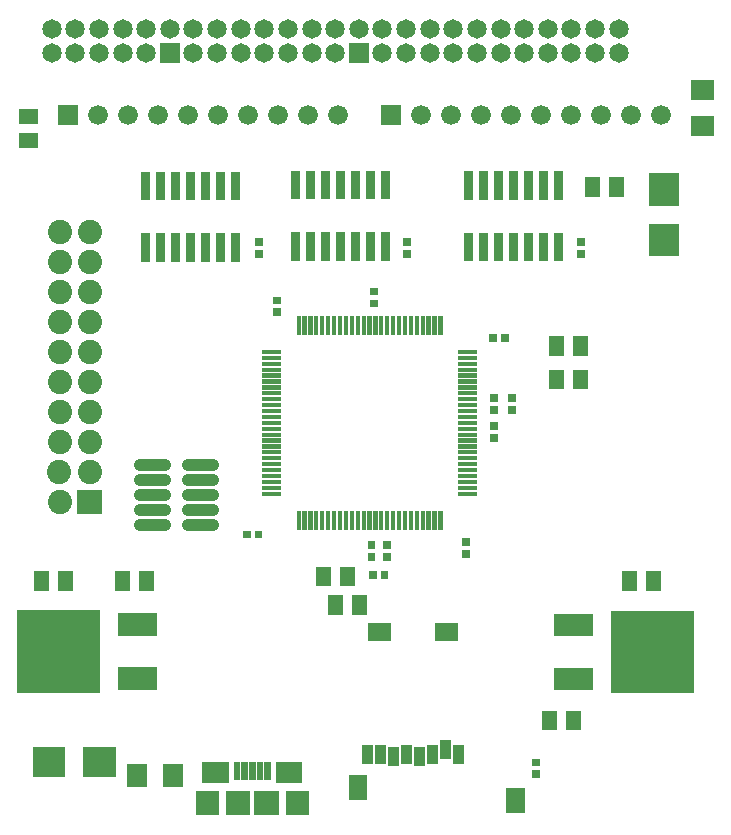
<source format=gts>
G04 start of page 11 for group -4063 idx -4063 *
G04 Title: (unknown), componentmask *
G04 Creator: pcb 20110918 *
G04 CreationDate: Wed 07 May 2014 09:59:53 GMT UTC *
G04 For: michael *
G04 Format: Gerber/RS-274X *
G04 PCB-Dimensions: 275000 304000 *
G04 PCB-Coordinate-Origin: lower left *
%MOIN*%
%FSLAX25Y25*%
%LNTOPMASK*%
%ADD136R,0.0300X0.0300*%
%ADD135R,0.0140X0.0140*%
%ADD134C,0.0410*%
%ADD133R,0.1006X0.1006*%
%ADD132R,0.0611X0.0611*%
%ADD131R,0.0375X0.0375*%
%ADD130R,0.0769X0.0769*%
%ADD129R,0.0660X0.0660*%
%ADD128R,0.0690X0.0690*%
%ADD127R,0.0218X0.0218*%
%ADD126R,0.0750X0.0750*%
%ADD125R,0.0510X0.0510*%
%ADD124C,0.0808*%
%ADD123C,0.0651*%
%ADD122C,0.0001*%
%ADD121C,0.0660*%
G54D121*X128400Y247800D03*
X138400D03*
G54D122*G36*
X152800Y251100D02*Y244500D01*
X159400D01*
Y251100D01*
X152800D01*
G37*
G54D121*X166100Y247800D03*
X176100D03*
X186100D03*
X196100D03*
X206100D03*
X216100D03*
X226100D03*
X236100D03*
X246100D03*
G54D123*X231988Y268500D03*
X224114D03*
X216240D03*
X208366D03*
X231988Y276374D03*
X224114D03*
X216240D03*
X208366D03*
X200492D03*
X192618D03*
X184744D03*
X200492Y268500D03*
X192618D03*
X184744D03*
X176870D03*
Y276374D03*
X168996D03*
X161122D03*
X153248D03*
X145374D03*
X137500D03*
X129626D03*
G54D124*X55600Y168700D03*
Y178700D03*
Y188700D03*
Y198700D03*
X45600Y168700D03*
Y178700D03*
Y188700D03*
Y198700D03*
Y208700D03*
G54D122*G36*
X45100Y251100D02*Y244500D01*
X51700D01*
Y251100D01*
X45100D01*
G37*
G54D124*X55600Y208700D03*
G54D121*X58400Y247800D03*
X68400D03*
G54D124*X55600Y138700D03*
X45600D03*
X55600Y148700D03*
X45600D03*
G54D122*G36*
X51560Y122740D02*Y114660D01*
X59640D01*
Y122740D01*
X51560D01*
G37*
G54D124*X45600Y118700D03*
X55600Y128700D03*
X45561Y128739D03*
X55600Y158700D03*
X45600D03*
G54D121*X78400Y247800D03*
X88400D03*
X98400D03*
X108400D03*
X118400D03*
G54D123*X168996Y268500D03*
X161122D03*
X153248D03*
G54D122*G36*
X142121Y271753D02*Y265247D01*
X148627D01*
Y271753D01*
X142121D01*
G37*
G54D123*X137500Y268500D03*
X129626D03*
X121752D03*
Y276374D03*
X113878D03*
X106004D03*
X98130D03*
X90256D03*
X82382D03*
X74508D03*
X66634D03*
X58760D03*
X50886D03*
X43012D03*
X113878Y268500D03*
X106004D03*
X98130D03*
X90256D03*
G54D122*G36*
X79129Y271753D02*Y265247D01*
X85635D01*
Y271753D01*
X79129D01*
G37*
G54D123*X74508Y268500D03*
X66634D03*
X58760D03*
X50886D03*
X43012D03*
G54D125*X219200Y160400D02*Y159000D01*
X211200Y160400D02*Y159000D01*
X219159Y171422D02*Y170022D01*
X211159Y171422D02*Y170022D01*
X235500Y93200D02*Y91800D01*
X243500Y93200D02*Y91800D01*
G54D122*G36*
X229544Y82470D02*Y54970D01*
X257044D01*
Y82470D01*
X229544D01*
G37*
G36*
X244544Y67470D02*Y54970D01*
X257044D01*
Y67470D01*
X244544D01*
G37*
G36*
Y82470D02*Y69970D01*
X257044D01*
Y82470D01*
X244544D01*
G37*
G36*
X229544Y67470D02*Y54970D01*
X242044D01*
Y67470D01*
X229544D01*
G37*
G36*
Y82470D02*Y69970D01*
X242044D01*
Y82470D01*
X229544D01*
G37*
G36*
X203216Y29348D02*Y26779D01*
X205784D01*
Y29348D01*
X203216D01*
G37*
G36*
Y33284D02*Y30715D01*
X205784D01*
Y33284D01*
X203216D01*
G37*
G54D126*X214294Y59720D02*X219794D01*
X214294Y77720D02*X219794D01*
G54D125*X209000Y46700D02*Y45300D01*
X217000Y46700D02*Y45300D01*
G54D127*X109882Y30870D02*Y27130D01*
X115000Y30870D02*Y27130D01*
X104764Y30870D02*Y27130D01*
X112441Y30870D02*Y27130D01*
X107323Y30870D02*Y27130D01*
G54D128*X96693Y28508D02*X98661D01*
G54D129*X83400Y28200D02*Y27200D01*
X71400Y28200D02*Y27200D01*
G54D128*X121102Y28508D02*X123071D01*
G54D130*X94921Y18665D02*Y18271D01*
G54D122*G36*
X101117Y22508D02*Y14428D01*
X109197D01*
Y22508D01*
X101117D01*
G37*
G36*
X110566D02*Y14428D01*
X118646D01*
Y22508D01*
X110566D01*
G37*
G54D130*X124842Y18665D02*Y18271D01*
G54D131*X161320Y36044D02*Y33288D01*
X156990Y35256D02*Y32500D01*
X152659Y36044D02*Y33288D01*
X148328Y36044D02*Y33288D01*
X178643Y36044D02*Y33288D01*
X174312Y37619D02*Y34863D01*
X169982Y36044D02*Y33288D01*
X165651Y35256D02*Y32500D01*
G54D132*X145179Y24626D02*Y22658D01*
X197541Y20296D02*Y18327D01*
G54D122*G36*
X31573Y82762D02*Y55262D01*
X59073D01*
Y82762D01*
X31573D01*
G37*
G36*
Y70262D01*
X44073D01*
Y82762D01*
X31573D01*
G37*
G36*
Y67762D02*Y55262D01*
X44073D01*
Y67762D01*
X31573D01*
G37*
G36*
X46573Y82762D02*Y70262D01*
X59073D01*
Y82762D01*
X46573D01*
G37*
G36*
Y67762D02*Y55262D01*
X59073D01*
Y67762D01*
X46573D01*
G37*
G54D126*X68823Y78012D02*X74323D01*
X68823Y60012D02*X74323D01*
G54D133*X41677Y32000D02*X42464D01*
X58606D02*X59393D01*
G54D125*X47500Y93200D02*Y91800D01*
X39500Y93200D02*Y91800D01*
X66500Y93200D02*Y91800D01*
X74500Y93200D02*Y91800D01*
G54D134*X88578Y111191D02*X96678D01*
X88578Y116191D02*X96678D01*
X88578Y121191D02*X96678D01*
X88578Y126191D02*X96678D01*
X88578Y131191D02*X96678D01*
X72578Y111191D02*X80678D01*
X72578Y116191D02*X80678D01*
X72578Y121191D02*X80678D01*
X72578Y126191D02*X80678D01*
X72578Y131191D02*X80678D01*
G54D122*G36*
X106716Y109284D02*Y106716D01*
X109284D01*
Y109284D01*
X106716D01*
G37*
G36*
X110653D02*Y106716D01*
X113221D01*
Y109284D01*
X110653D01*
G37*
G54D135*X113933Y131399D02*X118831D01*
X113933Y129430D02*X118831D01*
X113933Y127462D02*X118831D01*
X113933Y125493D02*X118831D01*
X113933Y123525D02*X118831D01*
X113933Y121556D02*X118831D01*
G54D125*X137641Y85178D02*Y83778D01*
X145641Y85178D02*Y83778D01*
X133600Y94600D02*Y93200D01*
X141600Y94600D02*Y93200D01*
G54D122*G36*
X179716Y106721D02*Y104153D01*
X182284D01*
Y106721D01*
X179716D01*
G37*
G36*
Y102784D02*Y100216D01*
X182284D01*
Y102784D01*
X179716D01*
G37*
G54D132*X173919Y75414D02*X175494D01*
G54D122*G36*
X152652Y95784D02*Y93216D01*
X155222D01*
Y95784D01*
X152652D01*
G37*
G36*
X148716D02*Y93216D01*
X151284D01*
Y95784D01*
X148716D01*
G37*
G36*
X153422Y101798D02*Y99228D01*
X155990D01*
Y101798D01*
X153422D01*
G37*
G36*
Y105734D02*Y103166D01*
X155990D01*
Y105734D01*
X153422D01*
G37*
G36*
X148278Y101848D02*Y99278D01*
X150848D01*
Y101848D01*
X148278D01*
G37*
G36*
Y105784D02*Y103216D01*
X150848D01*
Y105784D01*
X148278D01*
G37*
G54D132*X151478Y75414D02*X153053D01*
G54D135*X160752Y115068D02*Y110170D01*
X162720Y115068D02*Y110170D01*
X164689Y115068D02*Y110170D01*
X166657Y115068D02*Y110170D01*
X168626Y115068D02*Y110170D01*
X170594Y115068D02*Y110170D01*
X156815Y115068D02*Y110170D01*
X158783Y115068D02*Y110170D01*
X172563Y115068D02*Y110170D01*
X141067Y115068D02*Y110170D01*
X143035Y115068D02*Y110170D01*
X145004Y115068D02*Y110170D01*
X146972Y115068D02*Y110170D01*
X148941Y115068D02*Y110170D01*
X150909Y115068D02*Y110170D01*
X152878Y115068D02*Y110170D01*
X154846Y115068D02*Y110170D01*
X133193Y115068D02*Y110170D01*
X135161Y115068D02*Y110170D01*
X137130Y115068D02*Y110170D01*
X139098Y115068D02*Y110170D01*
X179051Y133367D02*X183949D01*
X179051Y135335D02*X183949D01*
X179051Y129430D02*X183949D01*
X179051Y131398D02*X183949D01*
X179051Y121556D02*X183949D01*
X179051Y123524D02*X183949D01*
X179051Y125493D02*X183949D01*
X179051Y127461D02*X183949D01*
X179051Y137304D02*X183949D01*
X179051Y139272D02*X183949D01*
X179051Y141241D02*X183949D01*
X179051Y143209D02*X183949D01*
X179051Y153052D02*X183949D01*
X179051Y155020D02*X183949D01*
X179051Y156989D02*X183949D01*
X179051Y158957D02*X183949D01*
X179051Y164863D02*X183949D01*
X179051Y166831D02*X183949D01*
X179051Y168800D02*X183949D01*
X179051Y145178D02*X183949D01*
X179051Y147146D02*X183949D01*
X179051Y149115D02*X183949D01*
X179051Y151083D02*X183949D01*
X179051Y160926D02*X183949D01*
X179051Y162894D02*X183949D01*
X113933Y168800D02*X118831D01*
X113933Y166832D02*X118831D01*
X113933Y164863D02*X118831D01*
X113933Y162895D02*X118831D01*
X125319Y115068D02*Y110170D01*
X127287Y115068D02*Y110170D01*
X129256Y115068D02*Y110170D01*
X131224Y115068D02*Y110170D01*
X113933Y156989D02*X118831D01*
X113933Y155021D02*X118831D01*
X113933Y153052D02*X118831D01*
X113933Y151084D02*X118831D01*
X113933Y149115D02*X118831D01*
X113933Y147147D02*X118831D01*
X113933Y141241D02*X118831D01*
X113933Y139273D02*X118831D01*
X113933Y137304D02*X118831D01*
X113933Y135336D02*X118831D01*
X113933Y133367D02*X118831D01*
X113933Y160926D02*X118831D01*
X113933Y158958D02*X118831D01*
X113933Y145178D02*X118831D01*
X113933Y143210D02*X118831D01*
G54D136*X154300Y227750D02*Y221250D01*
X149300Y227750D02*Y221250D01*
X144300Y227750D02*Y221250D01*
X139300Y227750D02*Y221250D01*
X134300Y227750D02*Y221250D01*
X129300Y227750D02*Y221250D01*
X124300Y227750D02*Y221250D01*
X212000Y227500D02*Y221000D01*
X207000Y227500D02*Y221000D01*
X202000Y227500D02*Y221000D01*
G54D125*X223241Y224478D02*Y223078D01*
X231241Y224478D02*Y223078D01*
G54D136*X197000Y227500D02*Y221000D01*
X192000Y227500D02*Y221000D01*
X187000Y227500D02*Y221000D01*
X182000Y227500D02*Y221000D01*
Y207000D02*Y200500D01*
X187000Y207000D02*Y200500D01*
X192000Y207000D02*Y200500D01*
X197000Y207000D02*Y200500D01*
X202000Y207000D02*Y200500D01*
X207000Y207000D02*Y200500D01*
X212000Y207000D02*Y200500D01*
G54D122*G36*
X218216Y206722D02*Y204152D01*
X220784D01*
Y206722D01*
X218216D01*
G37*
G36*
Y202784D02*Y200216D01*
X220784D01*
Y202784D01*
X218216D01*
G37*
G54D136*X104200Y227350D02*Y220850D01*
X99200Y227350D02*Y220850D01*
X94200Y227350D02*Y220850D01*
X89200Y227350D02*Y220850D01*
X84200Y227350D02*Y220850D01*
X79200Y227350D02*Y220850D01*
X74200Y227350D02*Y220850D01*
G54D125*X34500Y239300D02*X35900D01*
X34500Y247300D02*X35900D01*
G54D136*X74200Y206850D02*Y200350D01*
X79200Y206850D02*Y200350D01*
X84200Y206850D02*Y200350D01*
X89200Y206850D02*Y200350D01*
X94200Y206850D02*Y200350D01*
X99200Y206850D02*Y200350D01*
X104200Y206850D02*Y200350D01*
X124300Y207250D02*Y200750D01*
X129300Y207250D02*Y200750D01*
X134300Y207250D02*Y200750D01*
X139300Y207250D02*Y200750D01*
G54D122*G36*
X110716Y206722D02*Y204152D01*
X113284D01*
Y206722D01*
X110716D01*
G37*
G36*
Y202784D02*Y200216D01*
X113284D01*
Y202784D01*
X110716D01*
G37*
G54D136*X144300Y207250D02*Y200750D01*
X149300Y207250D02*Y200750D01*
X154300Y207250D02*Y200750D01*
G54D122*G36*
X160216Y206722D02*Y204152D01*
X162784D01*
Y206722D01*
X160216D01*
G37*
G36*
Y202784D02*Y200216D01*
X162784D01*
Y202784D01*
X160216D01*
G37*
G54D133*X247000Y206464D02*Y205677D01*
Y223393D02*Y222606D01*
G54D129*X259500Y256000D02*X260500D01*
X259500Y244000D02*X260500D01*
G54D122*G36*
X116716Y187284D02*Y184716D01*
X119284D01*
Y187284D01*
X116716D01*
G37*
G36*
Y183348D02*Y180778D01*
X119284D01*
Y183348D01*
X116716D01*
G37*
G36*
X195216Y154784D02*Y152216D01*
X197784D01*
Y154784D01*
X195216D01*
G37*
G36*
Y150848D02*Y148278D01*
X197784D01*
Y150848D01*
X195216D01*
G37*
G36*
X189216Y154784D02*Y152216D01*
X191784D01*
Y154784D01*
X189216D01*
G37*
G36*
Y150848D02*Y148278D01*
X191784D01*
Y150848D01*
X189216D01*
G37*
G36*
X189208Y141478D02*Y138908D01*
X191778D01*
Y141478D01*
X189208D01*
G37*
G36*
Y145414D02*Y142846D01*
X191778D01*
Y145414D01*
X189208D01*
G37*
G36*
X192716Y174784D02*Y172216D01*
X195284D01*
Y174784D01*
X192716D01*
G37*
G36*
X188778D02*Y172216D01*
X191348D01*
Y174784D01*
X188778D01*
G37*
G54D135*X168626Y180186D02*Y175288D01*
X166658Y180186D02*Y175288D01*
X164689Y180186D02*Y175288D01*
X162721Y180186D02*Y175288D01*
X160752Y180186D02*Y175288D01*
X158784Y180186D02*Y175288D01*
X156815Y180186D02*Y175288D01*
X154847Y180186D02*Y175288D01*
X152878Y180186D02*Y175288D01*
X150910Y180186D02*Y175288D01*
G54D122*G36*
X149216Y190222D02*Y187652D01*
X151784D01*
Y190222D01*
X149216D01*
G37*
G36*
Y186284D02*Y183716D01*
X151784D01*
Y186284D01*
X149216D01*
G37*
G54D135*X172563Y180186D02*Y175288D01*
X170595Y180186D02*Y175288D01*
X145004Y180186D02*Y175288D01*
X143036Y180186D02*Y175288D01*
X141067Y180186D02*Y175288D01*
X139099Y180186D02*Y175288D01*
X137130Y180186D02*Y175288D01*
X135162Y180186D02*Y175288D01*
X133193Y180186D02*Y175288D01*
X131225Y180186D02*Y175288D01*
X129256Y180186D02*Y175288D01*
X127288Y180186D02*Y175288D01*
X125319Y180186D02*Y175288D01*
X148941Y180186D02*Y175288D01*
X146973Y180186D02*Y175288D01*
M02*

</source>
